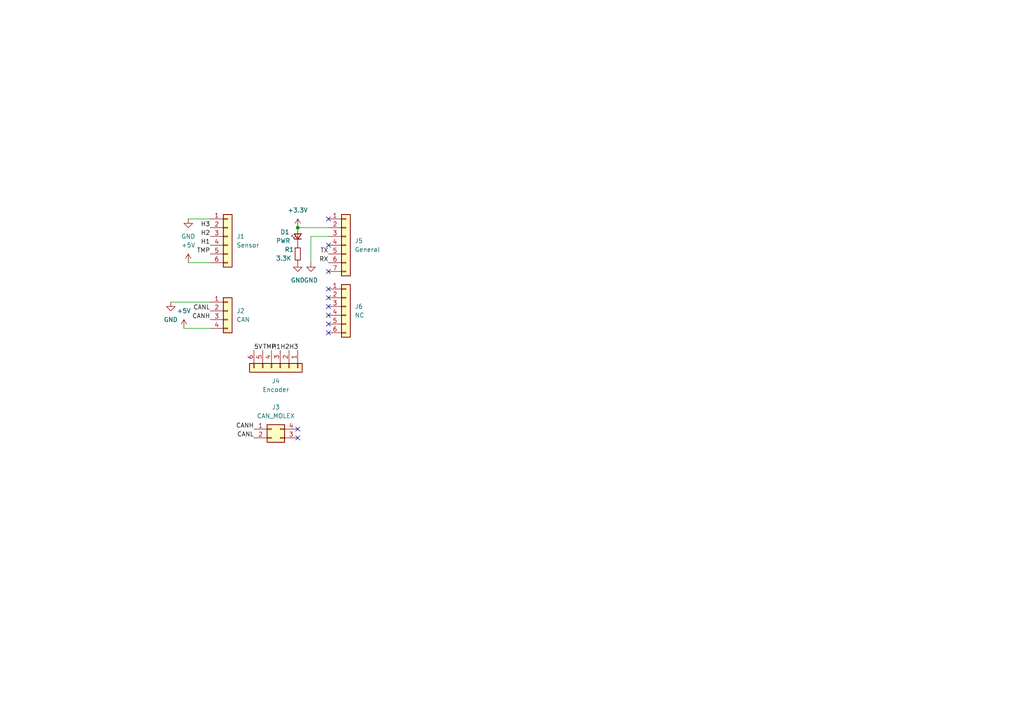
<source format=kicad_sch>
(kicad_sch (version 20211123) (generator eeschema)
  (paper "A4")
  (lib_symbols
    (symbol "Connector_Generic:Conn_01x04" (pin_names (offset 1.016) hide)
      (property "Reference" "J" (at 0 5.08 0))
      (property "Value" "Conn_01x04" (at 0 -7.62 0))
      (symbol "Conn_01x04_1_1"
        (rectangle (start -1.27 -4.953) (end 0 -5.207) (stroke (width 0.1524)))
        (rectangle (start -1.27 -2.413) (end 0 -2.667) (stroke (width 0.1524)))
        (rectangle (start -1.27 0.127) (end 0 -0.127) (stroke (width 0.1524)))
        (rectangle (start -1.27 2.667) (end 0 2.413) (stroke (width 0.1524)))
        (rectangle (start -1.27 3.81) (end 1.27 -6.35) (stroke (width 0.254)) (fill (type background)))
        (pin passive line (at -5.08 2.54 0) (length 3.81) (name "Pin_1") (number "1"))
        (pin passive line (at -5.08 0 0) (length 3.81) (name "Pin_2") (number "2"))
        (pin passive line (at -5.08 -2.54 0) (length 3.81) (name "Pin_3") (number "3"))
        (pin passive line (at -5.08 -5.08 0) (length 3.81) (name "Pin_4") (number "4"))
      )
    )
    (symbol "Connector_Generic:Conn_01x06" (pin_names (offset 1.016) hide)
      (property "Reference" "J" (at 0 7.62 0))
      (property "Value" "Conn_01x06" (at 0 -10.16 0))
      (symbol "Conn_01x06_1_1"
        (rectangle (start -1.27 -7.493) (end 0 -7.747) (stroke (width 0.1524)))
        (rectangle (start -1.27 -4.953) (end 0 -5.207) (stroke (width 0.1524)))
        (rectangle (start -1.27 -2.413) (end 0 -2.667) (stroke (width 0.1524)))
        (rectangle (start -1.27 0.127) (end 0 -0.127) (stroke (width 0.1524)))
        (rectangle (start -1.27 2.667) (end 0 2.413) (stroke (width 0.1524)))
        (rectangle (start -1.27 5.207) (end 0 4.953) (stroke (width 0.1524)))
        (rectangle (start -1.27 6.35) (end 1.27 -8.89) (stroke (width 0.254)) (fill (type background)))
        (pin passive line (at -5.08 5.08 0) (length 3.81) (name "Pin_1") (number "1"))
        (pin passive line (at -5.08 2.54 0) (length 3.81) (name "Pin_2") (number "2"))
        (pin passive line (at -5.08 0 0) (length 3.81) (name "Pin_3") (number "3"))
        (pin passive line (at -5.08 -2.54 0) (length 3.81) (name "Pin_4") (number "4"))
        (pin passive line (at -5.08 -5.08 0) (length 3.81) (name "Pin_5") (number "5"))
        (pin passive line (at -5.08 -7.62 0) (length 3.81) (name "Pin_6") (number "6"))
      )
    )
    (symbol "Connector_Generic:Conn_01x07" (pin_names (offset 1.016) hide)
      (property "Reference" "J" (at 0 10.16 0))
      (property "Value" "Conn_01x07" (at 0 -10.16 0))
      (symbol "Conn_01x07_1_1"
        (rectangle (start -1.27 -7.493) (end 0 -7.747) (stroke (width 0.1524)))
        (rectangle (start -1.27 -4.953) (end 0 -5.207) (stroke (width 0.1524)))
        (rectangle (start -1.27 -2.413) (end 0 -2.667) (stroke (width 0.1524)))
        (rectangle (start -1.27 0.127) (end 0 -0.127) (stroke (width 0.1524)))
        (rectangle (start -1.27 2.667) (end 0 2.413) (stroke (width 0.1524)))
        (rectangle (start -1.27 5.207) (end 0 4.953) (stroke (width 0.1524)))
        (rectangle (start -1.27 7.747) (end 0 7.493) (stroke (width 0.1524)))
        (rectangle (start -1.27 8.89) (end 1.27 -8.89) (stroke (width 0.254)) (fill (type background)))
        (pin passive line (at -5.08 7.62 0) (length 3.81) (name "Pin_1") (number "1"))
        (pin passive line (at -5.08 5.08 0) (length 3.81) (name "Pin_2") (number "2"))
        (pin passive line (at -5.08 2.54 0) (length 3.81) (name "Pin_3") (number "3"))
        (pin passive line (at -5.08 0 0) (length 3.81) (name "Pin_4") (number "4"))
        (pin passive line (at -5.08 -2.54 0) (length 3.81) (name "Pin_5") (number "5"))
        (pin passive line (at -5.08 -5.08 0) (length 3.81) (name "Pin_6") (number "6"))
        (pin passive line (at -5.08 -7.62 0) (length 3.81) (name "Pin_7") (number "7"))
      )
    )
    (symbol "Connector_Generic:Conn_02x02_Counter_Clockwise" (pin_names (offset 1.016) hide)
      (property "Reference" "J" (at 1.27 2.54 0))
      (property "Value" "Conn_02x02_Counter_Clockwise" (at 1.27 -5.08 0))
      (symbol "Conn_02x02_Counter_Clockwise_1_1"
        (rectangle (start -1.27 -2.413) (end 0 -2.667) (stroke (width 0.1524)))
        (rectangle (start -1.27 0.127) (end 0 -0.127) (stroke (width 0.1524)))
        (rectangle (start -1.27 1.27) (end 3.81 -3.81) (stroke (width 0.254)) (fill (type background)))
        (rectangle (start 3.81 -2.413) (end 2.54 -2.667) (stroke (width 0.1524)))
        (rectangle (start 3.81 0.127) (end 2.54 -0.127) (stroke (width 0.1524)))
        (pin passive line (at -5.08 0 0) (length 3.81) (name "Pin_1") (number "1"))
        (pin passive line (at -5.08 -2.54 0) (length 3.81) (name "Pin_2") (number "2"))
        (pin passive line (at 7.62 -2.54 180) (length 3.81) (name "Pin_3") (number "3"))
        (pin passive line (at 7.62 0 180) (length 3.81) (name "Pin_4") (number "4"))
      )
    )
    (symbol "Device:LED_Small" (pin_numbers hide) (pin_names (offset 0.254) hide)
      (property "Reference" "D" (at -1.27 3.175 0))
      (property "Value" "LED_Small" (at -4.445 -2.54 0))
      (symbol "LED_Small_0_1"
        (polyline (pts (xy -0.762 -1.016) (xy -0.762 1.016)) (stroke (width 0.254)))
        (polyline (pts (xy 1.016 0) (xy -0.762 0)))
        (polyline (pts (xy 0.762 -1.016) (xy -0.762 0) (xy 0.762 1.016) (xy 0.762 -1.016)) (stroke (width 0.254)))
        (polyline (pts (xy 0 0.762) (xy -0.508 1.27) (xy -0.254 1.27) (xy -0.508 1.27) (xy -0.508 1.016)))
        (polyline (pts (xy 0.508 1.27) (xy 0 1.778) (xy 0.254 1.778) (xy 0 1.778) (xy 0 1.524)))
      )
      (symbol "LED_Small_1_1"
        (pin passive line (at -2.54 0 0) (length 1.778) (name "K") (number "1"))
        (pin passive line (at 2.54 0 180) (length 1.778) (name "A") (number "2"))
      )
    )
    (symbol "Device:R_Small" (pin_numbers hide) (pin_names (offset 0.254) hide)
      (property "Reference" "R" (at 0.762 0.508 0))
      (property "Value" "R_Small" (at 0.762 -1.016 0))
      (symbol "R_Small_0_1"
        (rectangle (start -0.762 1.778) (end 0.762 -1.778) (stroke (width 0.2032)))
      )
      (symbol "R_Small_1_1"
        (pin passive line (at 0 2.54 270) (length 0.762) (name "~") (number "1"))
        (pin passive line (at 0 -2.54 90) (length 0.762) (name "~") (number "2"))
      )
    )
    (symbol "power:+3.3V" (power) (pin_names (offset 0))
      (property "Value" "+3.3V" (at 0 3.556 0))
      (symbol "+3.3V_0_1"
        (polyline (pts (xy -0.762 1.27) (xy 0 2.54)))
        (polyline (pts (xy 0 0) (xy 0 2.54)))
        (polyline (pts (xy 0 2.54) (xy 0.762 1.27)))
      )
      (symbol "+3.3V_1_1"
        (pin power_in line (at 0 0 90) (length 0) hide (name "+3.3V") (number "1"))
      )
    )
    (symbol "power:+5V" (power) (pin_names (offset 0))
      (property "Value" "+5V" (at 0 3.556 0))
      (symbol "+5V_0_1"
        (polyline (pts (xy -0.762 1.27) (xy 0 2.54)))
        (polyline (pts (xy 0 0) (xy 0 2.54)))
        (polyline (pts (xy 0 2.54) (xy 0.762 1.27)))
      )
      (symbol "+5V_1_1"
        (pin power_in line (at 0 0 90) (length 0) hide (name "+5V") (number "1"))
      )
    )
    (symbol "power:GND" (power) (pin_names (offset 0))
      (property "Value" "GND" (at 0 -3.81 0))
      (symbol "GND_0_1"
        (polyline (pts (xy 0 0) (xy 0 -1.27) (xy 1.27 -1.27) (xy 0 -2.54) (xy -1.27 -1.27) (xy 0 -1.27)))
      )
      (symbol "GND_1_1"
        (pin power_in line (at 0 0 270) (length 0) hide (name "GND") (number "1"))
      )
    )
  )
  (junction (at 86.36 66.04))
  (no_connect (at 95.25 83.82))
  (no_connect (at 95.25 86.36))
  (no_connect (at 95.25 88.9))
  (no_connect (at 95.25 91.44))
  (no_connect (at 95.25 93.98))
  (no_connect (at 95.25 96.52))
  (no_connect (at 86.36 127))
  (no_connect (at 95.25 63.5))
  (no_connect (at 86.36 124.46))
  (no_connect (at 95.25 71.12))
  (no_connect (at 95.25 78.74))
  (wire (pts (xy 86.36 66.04) (xy 95.25 66.04)))
  (wire (pts (xy 90.17 68.58) (xy 90.17 76.2)))
  (wire (pts (xy 54.61 76.2) (xy 60.96 76.2)))
  (wire (pts (xy 60.96 95.25) (xy 53.34 95.25)))
  (wire (pts (xy 95.25 68.58) (xy 90.17 68.58)))
  (wire (pts (xy 54.61 63.5) (xy 60.96 63.5)))
  (wire (pts (xy 49.53 87.63) (xy 60.96 87.63)))
  (label "RX" (at 95.25 76.2 180))
  (label "5V" (at 73.66 101.6 0))
  (label "H1" (at 60.96 71.12 180))
  (label "H2" (at 81.28 101.6 0))
  (label "TMP" (at 76.2 101.6 0))
  (label "CANH" (at 60.96 92.71 180))
  (label "H3" (at 83.82 101.6 0))
  (label "H3" (at 60.96 66.04 180))
  (label "TX" (at 95.25 73.66 180))
  (label "CANL" (at 73.66 127 180))
  (label "CANH" (at 73.66 124.46 180))
  (label "TMP" (at 60.96 73.66 180))
  (label "H2" (at 60.96 68.58 180))
  (label "H1" (at 78.74 101.6 0))
  (label "CANL" (at 60.96 90.17 180))
  (symbol (lib_id "Connector_Generic:Conn_01x06") (at 66.04 68.58 0) (unit 1)
    (property "Reference" "J1" (at 68.58 68.5799 0) (effects (justify left)))
    (property "Value" "Sensor" (at 68.58 71.1199 0) (effects (justify left)))
    (property "Footprint" "Connector_PinHeader_2.00mm:PinHeader_1x06_P2.00mm_Vertical" (effects hide))
  )
  (symbol (lib_id "Device:R_Small") (at 86.36 73.66 0) (unit 1)
    (property "Reference" "R1" (at 82.55 72.39 0) (effects (justify left)))
    (property "Value" "3.3K" (at 80.01 74.93 0) (effects (justify left)))
  )
  (symbol (lib_id "Connector_Generic:Conn_01x06") (at 100.33 88.9 0) (unit 1)
    (property "Reference" "J6" (at 102.87 88.8999 0) (effects (justify left)))
    (property "Value" "NC" (at 102.87 91.4399 0) (effects (justify left)))
    (property "Footprint" "Connector_PinHeader_2.00mm:PinHeader_1x06_P2.00mm_Vertical" (effects hide))
  )
  (symbol (lib_id "power:GND") (at 49.53 87.63 0) (unit 1)
    (property "Reference" "#PWR0106" (effects hide))
    (property "Value" "GND" (at 49.53 92.71 0))
  )
  (symbol (lib_id "power:GND") (at 54.61 63.5 0) (unit 1)
    (property "Reference" "#PWR0104" (effects hide))
    (property "Value" "GND" (at 54.61 68.58 0))
  )
  (symbol (lib_id "power:+3.3V") (at 86.36 66.04 0) (unit 1)
    (property "Reference" "#PWR0101" (effects hide))
    (property "Value" "+3.3V" (at 86.36 60.96 0))
  )
  (symbol (lib_id "power:GND") (at 90.17 76.2 0) (unit 1)
    (property "Reference" "#PWR0102" (effects hide))
    (property "Value" "GND" (at 90.17 81.28 0))
  )
  (symbol (lib_id "power:+5V") (at 54.61 76.2 0) (unit 1)
    (property "Reference" "#PWR0105" (effects hide))
    (property "Value" "+5V" (at 54.61 71.12 0))
  )
  (symbol (lib_id "Connector_Generic:Conn_02x02_Counter_Clockwise") (at 78.74 124.46 0) (unit 1)
    (property "Reference" "J3" (at 80.01 118.11 0))
    (property "Value" "CAN_MOLEX" (at 80.01 120.65 0))
    (property "Footprint" "Connector_Molex:Molex_Micro-Fit_3.0_43045-0400_2x02_P3.00mm_Horizontal" (effects hide))
  )
  (symbol (lib_id "Connector_Generic:Conn_01x04") (at 66.04 90.17 0) (unit 1)
    (property "Reference" "J2" (at 68.58 90.1699 0) (effects (justify left)))
    (property "Value" "CAN" (at 68.58 92.7099 0) (effects (justify left)))
    (property "Footprint" "Connector_PinHeader_2.00mm:PinHeader_1x04_P2.00mm_Vertical" (effects hide))
  )
  (symbol (lib_id "Device:LED_Small") (at 86.36 68.58 90) (unit 1)
    (property "Reference" "D1" (at 81.28 67.31 90) (effects (justify right)))
    (property "Value" "PWR" (at 80.01 69.85 90) (effects (justify right)))
    (property "Footprint" "LED_SMD:LED_0805_2012Metric_Pad1.15x1.40mm_HandSolder" (effects hide))
  )
  (symbol (lib_id "power:GND") (at 86.36 76.2 0) (unit 1)
    (property "Reference" "#PWR0103" (effects hide))
    (property "Value" "GND" (at 86.36 81.28 0))
  )
  (symbol (lib_id "power:+5V") (at 53.34 95.25 0) (unit 1)
    (property "Reference" "#PWR0107" (effects hide))
    (property "Value" "+5V" (at 53.34 90.17 0))
  )
  (symbol (lib_id "Connector_Generic:Conn_01x06") (at 81.28 106.68 270) (unit 1)
    (property "Reference" "J4" (at 80.01 110.49 90))
    (property "Value" "Encoder" (at 80.01 113.03 90))
  )
  (symbol (lib_id "Connector_Generic:Conn_01x07") (at 100.33 71.12 0) (unit 1)
    (property "Reference" "J5" (at 102.87 69.8499 0) (effects (justify left)))
    (property "Value" "General" (at 102.87 72.3899 0) (effects (justify left)))
    (property "Footprint" "Connector_PinHeader_2.00mm:PinHeader_1x07_P2.00mm_Vertical" (effects hide))
  )
)
</source>
